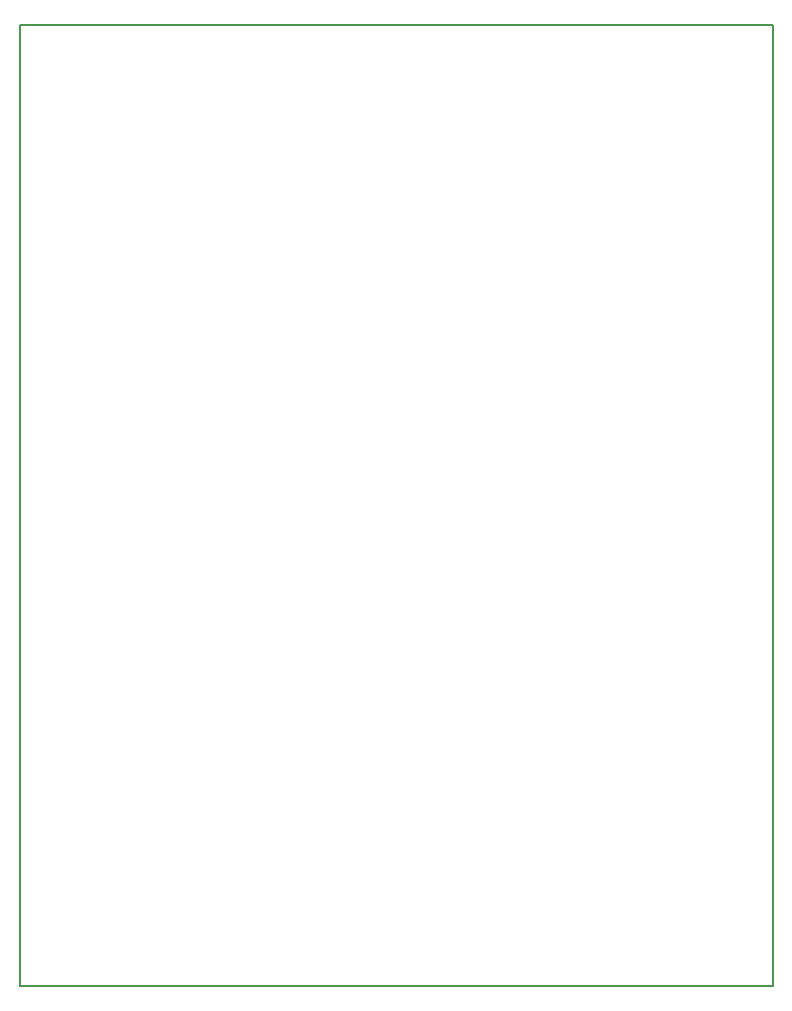
<source format=gm1>
%TF.GenerationSoftware,KiCad,Pcbnew,(5.0.0)*%
%TF.CreationDate,2018-09-17T08:33:24-07:00*%
%TF.ProjectId,6522,363532322E6B696361645F7063620000,0.1*%
%TF.SameCoordinates,PX6b302f8PY7fe6300*%
%TF.FileFunction,Profile,NP*%
%FSLAX46Y46*%
G04 Gerber Fmt 4.6, Leading zero omitted, Abs format (unit mm)*
G04 Created by KiCad (PCBNEW (5.0.0)) date 09/17/18 08:33:24*
%MOMM*%
%LPD*%
G01*
G04 APERTURE LIST*
%ADD10C,0.150000*%
G04 APERTURE END LIST*
D10*
X0Y81407000D02*
X0Y0D01*
X63754000Y81407000D02*
X0Y81407000D01*
X63754000Y0D02*
X63754000Y81407000D01*
X0Y0D02*
X63754000Y0D01*
M02*

</source>
